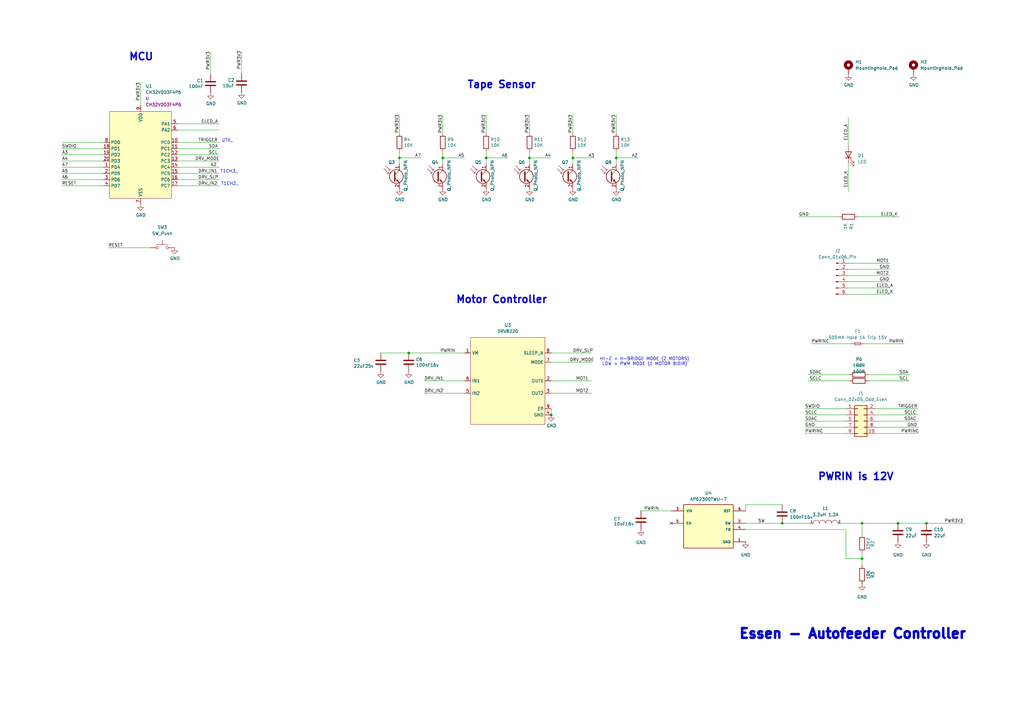
<source format=kicad_sch>
(kicad_sch (version 20231120) (generator "eeschema") (generator_version "8.0")
  (paper "A3")
  (title_block (title "Essen") (date "2024-05-16") (rev "V1") (company "Copyright © 2024 Lone Dynamics Corporation"))
  (lib_symbols
    (symbol "CH32:CH32V003F4P6"
      (property "Value" "CH32V003F4P6" (at 0 0 0))
      (property "Reference_1" "U" (at -12.7 19.05 0))
      (property "Value_1" "CH32V003F4P6" (at 1.27 19.05 0))
      (symbol "CH32V003F4P6_0_1"
        (rectangle (start -12.7 17.78) (end 12.7 -17.78) (stroke (width 0.1524)) (fill (type background)))
      )
      (symbol "CH32V003F4P6_1_0"
        (pin bidirectional line (at 15.24 -10.16 180) (length 2.54) (name "PC6") (number "16"))
        (pin bidirectional line (at 15.24 -12.7 180) (length 2.54) (name "PC7") (number "17"))
        (pin bidirectional line (at -15.24 2.54 0) (length 2.54) (name "PD1") (number "18"))
        (pin bidirectional line (at -15.24 0 0) (length 2.54) (name "PD2") (number "19"))
        (pin bidirectional line (at -15.24 -2.54 0) (length 2.54) (name "PD3") (number "20"))
      )
      (symbol "CH32V003F4P6_1_1"
        (pin bidirectional line (at -15.24 -5.08 0) (length 2.54) (name "PD4") (number "1"))
        (pin bidirectional line (at 15.24 5.08 180) (length 2.54) (name "PC0") (number "10"))
        (pin bidirectional line (at 15.24 2.54 180) (length 2.54) (name "PC1") (number "11"))
        (pin bidirectional line (at 15.24 0 180) (length 2.54) (name "PC2") (number "12"))
        (pin bidirectional line (at 15.24 -2.54 180) (length 2.54) (name "PC3") (number "13"))
        (pin bidirectional line (at 15.24 -5.08 180) (length 2.54) (name "PC4") (number "14"))
        (pin bidirectional line (at 15.24 -7.62 180) (length 2.54) (name "PC5") (number "15"))
        (pin bidirectional line (at -15.24 -7.62 0) (length 2.54) (name "PD5") (number "2"))
        (pin bidirectional line (at -15.24 -10.16 0) (length 2.54) (name "PD6") (number "3"))
        (pin bidirectional line (at -15.24 -12.7 0) (length 2.54) (name "PD7") (number "4"))
        (pin bidirectional line (at 15.24 12.7 180) (length 2.54) (name "PA1") (number "5"))
        (pin bidirectional line (at 15.24 10.16 180) (length 2.54) (name "PA2") (number "6"))
        (pin power_in line (at 0 -20.32 90) (length 2.54) (name "VSS") (number "7"))
        (pin bidirectional line (at -15.24 5.08 0) (length 2.54) (name "PD0") (number "8"))
        (pin power_in line (at 0 20.32 270) (length 2.54) (name "VDD") (number "9"))
      )
    )
    (symbol "Connector:Conn_01x06_Pin" (pin_names (offset 1.016) hide)
      (property "Reference" "J" (at 0 7.62 0))
      (property "Value" "Conn_01x06_Pin" (at 0 -10.16 0))
      (symbol "Conn_01x06_Pin_1_1"
        (polyline (pts (xy 1.27 -7.62) (xy 0.8636 -7.62)) (stroke (width 0.1524)))
        (polyline (pts (xy 1.27 -5.08) (xy 0.8636 -5.08)) (stroke (width 0.1524)))
        (polyline (pts (xy 1.27 -2.54) (xy 0.8636 -2.54)) (stroke (width 0.1524)))
        (polyline (pts (xy 1.27 0) (xy 0.8636 0)) (stroke (width 0.1524)))
        (polyline (pts (xy 1.27 2.54) (xy 0.8636 2.54)) (stroke (width 0.1524)))
        (polyline (pts (xy 1.27 5.08) (xy 0.8636 5.08)) (stroke (width 0.1524)))
        (rectangle (start 0.8636 -7.493) (end 0 -7.747) (stroke (width 0.1524)) (fill (type outline)))
        (rectangle (start 0.8636 -4.953) (end 0 -5.207) (stroke (width 0.1524)) (fill (type outline)))
        (rectangle (start 0.8636 -2.413) (end 0 -2.667) (stroke (width 0.1524)) (fill (type outline)))
        (rectangle (start 0.8636 0.127) (end 0 -0.127) (stroke (width 0.1524)) (fill (type outline)))
        (rectangle (start 0.8636 2.667) (end 0 2.413) (stroke (width 0.1524)) (fill (type outline)))
        (rectangle (start 0.8636 5.207) (end 0 4.953) (stroke (width 0.1524)) (fill (type outline)))
        (pin passive line (at 5.08 5.08 180) (length 3.81) (name "Pin_1") (number "1"))
        (pin passive line (at 5.08 2.54 180) (length 3.81) (name "Pin_2") (number "2"))
        (pin passive line (at 5.08 0 180) (length 3.81) (name "Pin_3") (number "3"))
        (pin passive line (at 5.08 -2.54 180) (length 3.81) (name "Pin_4") (number "4"))
        (pin passive line (at 5.08 -5.08 180) (length 3.81) (name "Pin_5") (number "5"))
        (pin passive line (at 5.08 -7.62 180) (length 3.81) (name "Pin_6") (number "6"))
      )
    )
    (symbol "Connector_Generic:Conn_02x05_Odd_Even" (pin_names (offset 1.016) hide)
      (property "Reference" "J" (at 1.27 7.62 0))
      (property "Value" "Conn_02x05_Odd_Even" (at 1.27 -7.62 0))
      (symbol "Conn_02x05_Odd_Even_1_1"
        (rectangle (start -1.27 -4.953) (end 0 -5.207) (stroke (width 0.1524)))
        (rectangle (start -1.27 -2.413) (end 0 -2.667) (stroke (width 0.1524)))
        (rectangle (start -1.27 0.127) (end 0 -0.127) (stroke (width 0.1524)))
        (rectangle (start -1.27 2.667) (end 0 2.413) (stroke (width 0.1524)))
        (rectangle (start -1.27 5.207) (end 0 4.953) (stroke (width 0.1524)))
        (rectangle (start -1.27 6.35) (end 3.81 -6.35) (stroke (width 0.254)) (fill (type background)))
        (rectangle (start 3.81 -4.953) (end 2.54 -5.207) (stroke (width 0.1524)))
        (rectangle (start 3.81 -2.413) (end 2.54 -2.667) (stroke (width 0.1524)))
        (rectangle (start 3.81 0.127) (end 2.54 -0.127) (stroke (width 0.1524)))
        (rectangle (start 3.81 2.667) (end 2.54 2.413) (stroke (width 0.1524)))
        (rectangle (start 3.81 5.207) (end 2.54 4.953) (stroke (width 0.1524)))
        (pin passive line (at -5.08 5.08 0) (length 3.81) (name "Pin_1") (number "1"))
        (pin passive line (at 7.62 -5.08 180) (length 3.81) (name "Pin_10") (number "10"))
        (pin passive line (at 7.62 5.08 180) (length 3.81) (name "Pin_2") (number "2"))
        (pin passive line (at -5.08 2.54 0) (length 3.81) (name "Pin_3") (number "3"))
        (pin passive line (at 7.62 2.54 180) (length 3.81) (name "Pin_4") (number "4"))
        (pin passive line (at -5.08 0 0) (length 3.81) (name "Pin_5") (number "5"))
        (pin passive line (at 7.62 0 180) (length 3.81) (name "Pin_6") (number "6"))
        (pin passive line (at -5.08 -2.54 0) (length 3.81) (name "Pin_7") (number "7"))
        (pin passive line (at 7.62 -2.54 180) (length 3.81) (name "Pin_8") (number "8"))
        (pin passive line (at -5.08 -5.08 0) (length 3.81) (name "Pin_9") (number "9"))
      )
    )
    (symbol "Device:C" (pin_numbers hide) (pin_names (offset 0.254))
      (property "Reference" "C" (at 0.635 2.54 0))
      (property "Value" "C" (at 0.635 -2.54 0))
      (symbol "C_0_1"
        (polyline (pts (xy -2.032 -0.762) (xy 2.032 -0.762)) (stroke (width 0.508)))
        (polyline (pts (xy -2.032 0.762) (xy 2.032 0.762)) (stroke (width 0.508)))
      )
      (symbol "C_1_1"
        (pin passive line (at 0 3.81 270) (length 2.794) (name "~") (number "1"))
        (pin passive line (at 0 -3.81 90) (length 2.794) (name "~") (number "2"))
      )
    )
    (symbol "Device:Fuse_Small" (pin_numbers hide) (pin_names (offset 0.254) hide)
      (property "Reference" "F" (at 0 -1.524 0))
      (property "Value" "Fuse_Small" (at 0 1.524 0))
      (symbol "Fuse_Small_0_1"
        (rectangle (start -1.27 0.508) (end 1.27 -0.508))
        (polyline (pts (xy -1.27 0) (xy 1.27 0)))
      )
      (symbol "Fuse_Small_1_1"
        (pin passive line (at -2.54 0 0) (length 1.27) (name "~") (number "1"))
        (pin passive line (at 2.54 0 180) (length 1.27) (name "~") (number "2"))
      )
    )
    (symbol "Device:LED" (pin_numbers hide) (pin_names (offset 1.016) hide)
      (property "Reference" "D" (at 0 2.54 0))
      (property "Value" "LED" (at 0 -2.54 0))
      (symbol "LED_0_1"
        (polyline (pts (xy -1.27 -1.27) (xy -1.27 1.27)) (stroke (width 0.254)))
        (polyline (pts (xy -1.27 0) (xy 1.27 0)))
        (polyline (pts (xy 1.27 -1.27) (xy 1.27 1.27) (xy -1.27 0) (xy 1.27 -1.27)) (stroke (width 0.254)))
        (polyline (pts (xy -3.048 -0.762) (xy -4.572 -2.286) (xy -3.81 -2.286) (xy -4.572 -2.286) (xy -4.572 -1.524)))
        (polyline (pts (xy -1.778 -0.762) (xy -3.302 -2.286) (xy -2.54 -2.286) (xy -3.302 -2.286) (xy -3.302 -1.524)))
      )
      (symbol "LED_1_1"
        (pin passive line (at -3.81 0 0) (length 2.54) (name "K") (number "1"))
        (pin passive line (at 3.81 0 180) (length 2.54) (name "A") (number "2"))
      )
    )
    (symbol "Device:Q_Photo_NPN" (pin_names (offset 0) hide)
      (property "Reference" "Q" (at 5.08 1.27 0))
      (property "Value" "Q_Photo_NPN" (at 5.08 -1.27 0))
      (symbol "Q_Photo_NPN_0_1"
        (polyline (pts (xy -1.905 1.27) (xy -2.54 1.27)))
        (polyline (pts (xy -1.27 2.54) (xy -1.905 2.54)))
        (polyline (pts (xy 0.635 0.635) (xy 2.54 2.54)))
        (polyline (pts (xy -3.81 3.175) (xy -1.905 1.27) (xy -1.905 1.905)))
        (polyline (pts (xy -3.175 4.445) (xy -1.27 2.54) (xy -1.27 3.175)))
        (polyline (pts (xy 0.635 -0.635) (xy 2.54 -2.54) (xy 2.54 -2.54)))
        (polyline (pts (xy 0.635 1.905) (xy 0.635 -1.905) (xy 0.635 -1.905)) (stroke (width 0.508)))
        (polyline (pts (xy 1.27 -1.778) (xy 1.778 -1.27) (xy 2.286 -2.286) (xy 1.27 -1.778) (xy 1.27 -1.778)) (fill (type outline)))
        (circle (center 1.27 0) (radius 2.8194) (stroke (width 0.254)))
      )
      (symbol "Q_Photo_NPN_1_1"
        (pin passive line (at 2.54 5.08 270) (length 2.54) (name "C") (number "1"))
        (pin passive line (at 2.54 -5.08 90) (length 2.54) (name "E") (number "2"))
      )
    )
    (symbol "Device:R" (pin_numbers hide) (pin_names (offset 0))
      (property "Reference" "R" (at 2.032 0 90))
      (property "Value" "R" (at 0 0 90))
      (symbol "R_0_1"
        (rectangle (start -1.016 -2.54) (end 1.016 2.54) (stroke (width 0.254)))
      )
      (symbol "R_1_1"
        (pin passive line (at 0 3.81 270) (length 1.27) (name "~") (number "1"))
        (pin passive line (at 0 -3.81 90) (length 1.27) (name "~") (number "2"))
      )
    )
    (symbol "LD-DRIVERS:DRV8220"
      (property "Reference" "U" (at 0 0 0))
      (property "Value" "DRV8220" (at 0 -2.54 0))
      (symbol "DRV8220_0_1"
        (rectangle (start 15.24 -27.94) (end -15.24 7.62) (fill (type background)))
      )
      (symbol "DRV8220_1_1"
        (pin power_in line (at -17.78 1.27 0) (length 2.54) (name "VM") (number "1"))
        (pin output line (at 17.78 -10.16 180) (length 2.54) (name "OUT1") (number "2"))
        (pin output line (at 17.78 -15.24 180) (length 2.54) (name "OUT2") (number "3"))
        (pin power_out line (at 17.78 -24.13 180) (length 2.54) (name "GND") (number "4"))
        (pin input line (at -17.78 -15.24 0) (length 2.54) (name "IN2") (number "5"))
        (pin input line (at -17.78 -10.16 0) (length 2.54) (name "IN1") (number "6"))
        (pin input line (at 17.78 -2.54 180) (length 2.54) (name "MODE") (number "7"))
        (pin input line (at 17.78 1.27 180) (length 2.54) (name "SLEEP_N") (number "8"))
        (pin power_out line (at 17.78 -21.59 180) (length 2.54) (name "EP") (number "9"))
      )
    )
    (symbol "Mechanical:MountingHole_Pad" (pin_numbers hide) (pin_names (offset 1.016) hide)
      (property "Reference" "H" (at 0 6.35 0))
      (property "Value" "MountingHole_Pad" (at 0 4.445 0))
      (symbol "MountingHole_Pad_0_1"
        (circle (center 0 1.27) (radius 1.27) (stroke (width 1.27)))
      )
      (symbol "MountingHole_Pad_1_1"
        (pin input line (at 0 -2.54 90) (length 2.54) (name "1") (number "1"))
      )
    )
    (symbol "Switch:SW_Push" (pin_numbers hide) (pin_names (offset 1.016) hide)
      (property "Reference" "SW" (at 1.27 2.54 0))
      (property "Value" "SW_Push" (at 0 -1.524 0))
      (symbol "SW_Push_0_1"
        (circle (center -2.032 0) (radius 0.508))
        (polyline (pts (xy 0 1.27) (xy 0 3.048)))
        (polyline (pts (xy 2.54 1.27) (xy -2.54 1.27)))
        (circle (center 2.032 0) (radius 0.508))
        (pin passive line (at -5.08 0 0) (length 2.54) (name "1") (number "1"))
        (pin passive line (at 5.08 0 180) (length 2.54) (name "2") (number "2"))
      )
    )
    (symbol "ld-power:AP62300TWU-7" (pin_names (offset 1.016))
      (property "Reference" "U" (at -10.16 8.382 0))
      (property "Value" "AP62300TWU-7" (at -10.16 -12.7 0))
      (symbol "AP62300TWU-7_0_0"
        (rectangle (start -10.16 -10.16) (end 10.16 7.62) (stroke (width 0.254)) (fill (type background)))
        (pin power_in line (at 15.24 -7.62 180) (length 5.08) (name "GND") (number "1"))
        (pin output line (at 15.24 0 180) (length 5.08) (name "SW") (number "2"))
        (pin input line (at -15.24 5.08 0) (length 5.08) (name "VIN") (number "3"))
        (pin input line (at 15.24 -2.54 180) (length 5.08) (name "FB") (number "4"))
        (pin input line (at -15.24 0 0) (length 5.08) (name "EN") (number "5"))
        (pin input line (at 15.24 5.08 180) (length 5.08) (name "BST") (number "6"))
      )
    )
    (symbol "power:GND" (power) (pin_names (offset 0))
      (property "Value" "GND" (at 0 -3.81 0))
      (symbol "GND_0_1"
        (polyline (pts (xy 0 0) (xy 0 -1.27) (xy 1.27 -1.27) (xy 0 -2.54) (xy -1.27 -1.27) (xy 0 -1.27)))
      )
      (symbol "GND_1_1"
        (pin power_in line (at 0 0 270) (length 0) hide (name "GND") (number "1"))
      )
    )
    (symbol "pspice:INDUCTOR" (pin_numbers hide) (pin_names (offset 0))
      (property "Reference" "L" (at 0 2.54 0))
      (property "Value" "INDUCTOR" (at 0 -1.27 0))
      (symbol "INDUCTOR_0_1"
        (arc (start -2.54 0) (mid -3.81 1.2645) (end -5.08 0))
        (arc (start 0 0) (mid -1.27 1.2645) (end -2.54 0))
        (arc (start 2.54 0) (mid 1.27 1.2645) (end 0 0))
        (arc (start 5.08 0) (mid 3.81 1.2645) (end 2.54 0))
      )
      (symbol "INDUCTOR_1_1"
        (pin input line (at -6.35 0 0) (length 1.27) (name "1") (number "1"))
        (pin input line (at 6.35 0 180) (length 1.27) (name "2") (number "2"))
      )
    )
  )
  (junction (at 217.17 64.77))
  (junction (at 368.3 214.63))
  (junction (at 353.568 229.108))
  (junction (at 199.39 64.77))
  (junction (at 234.95 64.77))
  (junction (at 226.06 170.18))
  (junction (at 181.61 64.77))
  (junction (at 353.568 214.63))
  (junction (at 379.984 214.63))
  (junction (at 252.73 64.77))
  (junction (at 167.64 144.78))
  (junction (at 163.83 64.77))
  (junction (at 320.802 214.63))
  (no_connect (at 275.336 214.63))
  (wire (pts (xy 332.74 140.97) (xy 349.25 140.97)))
  (wire (pts (xy 72.898 76.2) (xy 89.916 76.2)))
  (wire (pts (xy 199.39 64.77) (xy 199.39 67.31)))
  (wire (pts (xy 354.33 140.97) (xy 370.84 140.97)))
  (wire (pts (xy 25.4 71.12) (xy 42.418 71.12)))
  (wire (pts (xy 72.898 66.04) (xy 89.916 66.04)))
  (wire (pts (xy 347.98 110.49) (xy 364.998 110.49)))
  (wire (pts (xy 379.984 214.63) (xy 395.478 214.63)))
  (wire (pts (xy 331.47 156.21) (xy 348.488 156.21)))
  (wire (pts (xy 359.41 167.64) (xy 376.428 167.64)))
  (wire (pts (xy 72.898 60.96) (xy 89.916 60.96)))
  (wire (pts (xy 217.17 46.99) (xy 217.17 54.61)))
  (wire (pts (xy 331.47 153.67) (xy 348.488 153.67)))
  (wire (pts (xy 359.41 172.72) (xy 376.428 172.72)))
  (wire (pts (xy 353.568 214.63) (xy 353.568 219.202)))
  (wire (pts (xy 217.17 64.77) (xy 217.17 67.31)))
  (wire (pts (xy 320.802 214.63) (xy 332.232 214.63)))
  (wire (pts (xy 72.898 63.5) (xy 89.916 63.5)))
  (wire (pts (xy 353.568 226.822) (xy 353.568 229.108)))
  (wire (pts (xy 181.61 64.77) (xy 181.61 67.31)))
  (wire (pts (xy 25.4 66.04) (xy 42.418 66.04)))
  (wire (pts (xy 351.79 88.9) (xy 368.808 88.9)))
  (wire (pts (xy 234.95 64.77) (xy 243.84 64.77)))
  (wire (pts (xy 262.89 209.55) (xy 275.336 209.55)))
  (wire (pts (xy 181.61 62.23) (xy 181.61 64.77)))
  (wire (pts (xy 217.17 64.77) (xy 226.06 64.77)))
  (wire (pts (xy 72.898 50.8) (xy 89.916 50.8)))
  (wire (pts (xy 346.964 217.17) (xy 346.964 229.108)))
  (wire (pts (xy 234.95 64.77) (xy 234.95 67.31)))
  (wire (pts (xy 86.36 30.48) (xy 86.36 21.336)))
  (wire (pts (xy 163.83 46.99) (xy 163.83 54.61)))
  (wire (pts (xy 167.64 144.78) (xy 190.5 144.78)))
  (wire (pts (xy 173.99 156.21) (xy 190.5 156.21)))
  (wire (pts (xy 347.98 115.57) (xy 364.998 115.57)))
  (wire (pts (xy 305.816 207.01) (xy 305.816 209.55)))
  (wire (pts (xy 234.95 62.23) (xy 234.95 64.77)))
  (wire (pts (xy 181.61 64.77) (xy 190.5 64.77)))
  (wire (pts (xy 353.568 214.63) (xy 368.3 214.63)))
  (wire (pts (xy 163.83 64.77) (xy 172.72 64.77)))
  (wire (pts (xy 359.41 175.26) (xy 376.428 175.26)))
  (wire (pts (xy 156.21 144.78) (xy 167.64 144.78)))
  (wire (pts (xy 347.98 120.65) (xy 364.998 120.65)))
  (wire (pts (xy 25.4 63.5) (xy 42.418 63.5)))
  (wire (pts (xy 330.2 175.26) (xy 346.71 175.26)))
  (wire (pts (xy 347.98 118.11) (xy 364.998 118.11)))
  (wire (pts (xy 252.73 62.23) (xy 252.73 64.77)))
  (wire (pts (xy 217.17 62.23) (xy 217.17 64.77)))
  (wire (pts (xy 199.39 62.23) (xy 199.39 64.77)))
  (wire (pts (xy 25.4 73.66) (xy 42.418 73.66)))
  (wire (pts (xy 72.898 73.66) (xy 89.916 73.66)))
  (wire (pts (xy 72.898 71.12) (xy 89.916 71.12)))
  (wire (pts (xy 72.898 58.42) (xy 89.916 58.42)))
  (wire (pts (xy 226.06 156.21) (xy 242.57 156.21)))
  (wire (pts (xy 226.06 167.64) (xy 226.06 170.18)))
  (wire (pts (xy 330.2 177.8) (xy 346.71 177.8)))
  (wire (pts (xy 226.06 144.78) (xy 242.57 144.78)))
  (wire (pts (xy 173.99 161.29) (xy 190.5 161.29)))
  (wire (pts (xy 181.61 46.99) (xy 181.61 54.61)))
  (wire (pts (xy 305.816 217.17) (xy 346.964 217.17)))
  (wire (pts (xy 199.39 64.77) (xy 208.28 64.77)))
  (wire (pts (xy 347.98 67.31) (xy 347.98 78.74)))
  (wire (pts (xy 25.4 76.2) (xy 42.418 76.2)))
  (wire (pts (xy 305.816 214.63) (xy 320.802 214.63)))
  (wire (pts (xy 330.2 170.18) (xy 346.71 170.18)))
  (wire (pts (xy 199.39 46.99) (xy 199.39 54.61)))
  (wire (pts (xy 72.898 68.58) (xy 89.916 68.58)))
  (wire (pts (xy 234.95 46.99) (xy 234.95 54.61)))
  (wire (pts (xy 25.4 60.96) (xy 42.418 60.96)))
  (wire (pts (xy 163.83 64.77) (xy 163.83 67.31)))
  (wire (pts (xy 368.3 214.63) (xy 379.984 214.63)))
  (wire (pts (xy 226.06 161.29) (xy 242.57 161.29)))
  (wire (pts (xy 359.41 177.8) (xy 376.428 177.8)))
  (wire (pts (xy 252.73 64.77) (xy 252.73 67.31)))
  (wire (pts (xy 347.98 48.26) (xy 347.98 59.69)))
  (wire (pts (xy 44.45 101.6) (xy 61.468 101.6)))
  (wire (pts (xy 57.658 43.18) (xy 57.658 34.036)))
  (wire (pts (xy 99.06 30.226) (xy 99.06 21.082)))
  (wire (pts (xy 330.2 172.72) (xy 346.71 172.72)))
  (wire (pts (xy 346.964 229.108) (xy 353.568 229.108)))
  (wire (pts (xy 347.98 113.03) (xy 364.998 113.03)))
  (wire (pts (xy 359.41 170.18) (xy 376.428 170.18)))
  (wire (pts (xy 344.17 88.9) (xy 327.66 88.9)))
  (wire (pts (xy 72.898 53.34) (xy 89.916 53.34)))
  (wire (pts (xy 356.108 153.67) (xy 373.126 153.67)))
  (wire (pts (xy 252.73 46.99) (xy 252.73 54.61)))
  (wire (pts (xy 25.4 58.42) (xy 42.418 58.42)))
  (wire (pts (xy 344.932 214.63) (xy 353.568 214.63)))
  (wire (pts (xy 347.98 107.95) (xy 364.998 107.95)))
  (wire (pts (xy 25.4 68.58) (xy 42.418 68.58)))
  (wire (pts (xy 353.568 229.108) (xy 353.568 231.902)))
  (wire (pts (xy 356.108 156.21) (xy 373.126 156.21)))
  (wire (pts (xy 226.06 148.59) (xy 242.57 148.59)))
  (wire (pts (xy 320.802 207.01) (xy 305.816 207.01)))
  (wire (pts (xy 330.2 167.64) (xy 346.71 167.64)))
  (wire (pts (xy 163.83 62.23) (xy 163.83 64.77)))
  (wire (pts (xy 252.73 64.77) (xy 261.62 64.77)))
  (text "MCU" (at 57.912 23.368 0) (effects (font (size 3 3) (thickness 0.6) (bold yes))))
  (text "HI-Z = H-BRIDGE MODE (2 MOTORS)\nLOW = PWM MODE (1 MOTOR BIDIR)" (at 264.414 148.336 0) (effects (font (size 1.27 1.27))))
  (text "PWRIN is 12V" (at 351.028 195.58 0) (effects (font (size 3 3) (thickness 0.6) (bold yes))))
  (text "UTX_" (at 93.218 57.658 0) (effects (font (size 1.27 1.27))))
  (text "Motor Controller" (at 205.74 122.936 0) (effects (font (size 3 3) (thickness 0.6) (bold yes))))
  (text "Essen - Autofeeder Controller" (at 302.768 262.382 0) (effects (font (size 4 4) (thickness 1) (bold yes)) (justify left bottom)))
  (text "Tape Sensor" (at 205.74 34.798 0) (effects (font (size 3 3) (thickness 0.6) (bold yes))))
  (text "T1CH3_" (at 93.98 70.358 0) (effects (font (size 1.27 1.27))))
  (text "T1CH2_" (at 94.234 75.438 0) (effects (font (size 1.27 1.27))))
  (label "PWRIN" (at 186.69 144.78 180))
  (label "PWRINC" (at 330.2 177.8 0))
  (label "PWRINC" (at 332.74 140.97 0))
  (label "DRV_IN1" (at 81.28 71.12 0))
  (label "DRV_SLP" (at 81.28 73.66 0))
  (label "PWRIN" (at 264.16 209.55 0))
  (label "GND" (at 372.11 175.26 0))
  (label "SCLC" (at 370.84 170.18 0))
  (label "RESET" (at 25.4 76.2 0))
  (label "A6" (at 25.4 73.66 0))
  (label "A4" (at 25.4 66.04 0))
  (label "A7" (at 170.18 64.77 0))
  (label "PWR3V3" (at 217.17 54.61 90))
  (label "A3" (at 241.3 64.77 0))
  (label "A3" (at 25.4 63.5 0))
  (label "PWRINC" (at 369.57 177.8 0))
  (label "MOT1" (at 236.22 156.21 0))
  (label "SDAC" (at 370.84 172.72 0))
  (label "GND" (at 360.68 110.49 0))
  (label "SWDIO" (at 330.2 167.64 0))
  (label "MOT2" (at 236.22 161.29 0))
  (label "PWRIN" (at 364.49 140.97 0))
  (label "PWR3V3" (at 199.39 54.61 90))
  (label "SCL" (at 85.598 63.5 0))
  (label "PWR3V3" (at 181.61 54.61 90))
  (label "SCL" (at 368.808 156.21 0))
  (label "RESET" (at 44.45 101.6 0))
  (label "TRIGGER" (at 81.28 58.42 0))
  (label "DRV_IN2" (at 173.99 161.29 0))
  (label "A4" (at 223.52 64.77 0))
  (label "SDAC" (at 331.978 153.67 0))
  (label "A5" (at 187.96 64.77 0))
  (label "SWDIO" (at 25.4 60.96 0))
  (label "PWR3V3" (at 163.83 54.61 90))
  (label "DRV_MODE" (at 233.68 148.59 0))
  (label "SDAC" (at 330.2 172.72 0))
  (label "SDA" (at 85.598 60.96 0))
  (label "GND" (at 360.68 115.57 0))
  (label "PWR3V3" (at 252.73 54.61 90))
  (label "SW" (at 310.896 214.63 0))
  (label "DRV_SLP" (at 234.95 144.78 0))
  (label "PWR3V3" (at 86.36 28.702 90))
  (label "A5" (at 25.4 71.12 0))
  (label "A2" (at 86.36 68.58 0))
  (label "A7" (at 25.4 68.58 0))
  (label "ELED_K" (at 368.3 88.9 180))
  (label "DRV_IN2" (at 81.28 76.2 0))
  (label "GND" (at 327.66 88.9 0))
  (label "SDA" (at 368.808 153.67 0))
  (label "ELED_K" (at 347.98 69.85 270))
  (label "A6" (at 205.74 64.77 0))
  (label "PWR3V3" (at 387.35 214.63 0))
  (label "PWR3V3" (at 57.658 41.402 90))
  (label "SCLC" (at 330.2 170.18 0))
  (label "DRV_IN1" (at 173.99 156.21 0))
  (label "MOT2" (at 359.41 113.03 0))
  (label "ELED_A" (at 82.55 50.8 0))
  (label "A2" (at 259.08 64.77 0))
  (label "GND" (at 330.2 175.26 0))
  (label "PWR3V3" (at 99.06 28.448 90))
  (label "MOT1" (at 359.41 107.95 0))
  (label "ELED_A" (at 347.98 50.8 270))
  (label "TRIGGER" (at 368.3 167.64 0))
  (label "DRV_MODE" (at 80.01 66.04 0))
  (label "ELED_K" (at 359.41 120.65 0))
  (label "PWR3V3" (at 234.95 54.61 90))
  (label "ELED_A" (at 359.41 118.11 0))
  (label "SCLC" (at 331.978 156.21 0))
  (symbol (lib_id "Device:Q_Photo_NPN") (at 179.07 72.39 0) (unit 1)
    (property "Reference" "Q4" (at 177.038 66.548 0) (effects (justify left)))
    (property "Value" "Q_Photo_NPN" (at 184.15 78.486 90) (effects (justify left)))
    (property "Footprint" "Diode_SMD:D_0603_1608Metric" (effects (hide yes)))
    (property "Description" "NPN phototransistor, collector/emitter" (effects (hide yes)))
  )
  (symbol (lib_id "Device:R") (at 352.298 156.21 90) (unit 1)
    (property "Reference" "R7" (at 352.298 149.86 90))
    (property "Value" "100R" (at 352.298 152.4 90))
    (property "Footprint" "Resistor_SMD:R_0603_1608Metric" (effects (hide yes)))
    (property "Description" "Resistor" (effects (hide yes)))
  )
  (symbol (lib_id "LD-DRIVERS:DRV8220") (at 208.28 146.05 0) (unit 1)
    (property "Reference" "U3" (at 208.28 133.35 0))
    (property "Value" "DRV8220" (at 208.28 135.89 0))
    (property "Footprint" "Package_SON:WSON-8-1EP_2x2mm_P0.5mm_EP0.9x1.6mm_ThermalVias" (effects (hide yes)))
  )
  (symbol (lib_id "power:GND") (at 379.984 222.25 0) (unit 1)
    (property "Reference" "#PWR0102" (effects (hide yes)))
    (property "Value" "GND" (at 379.984 227.584 0))
  )
  (symbol (lib_id "CH32:CH32V003F4P6") (at 57.658 63.5 0) (unit 1)
    (property "Reference" "U1" (at 59.6774 35.306 0) (effects (justify left)))
    (property "Value" "CH32V003F4P6" (at 59.6774 37.846 0) (effects (justify left)))
    (property "Footprint" "Package_SO:TSSOP-20_4.4x6.5mm_P0.65mm" (effects (hide yes)))
    (property "Reference_1" "U" (at 59.6774 40.386 0) (effects (justify left)))
    (property "Value_1" "CH32V003F4P6" (at 59.6774 42.926 0) (effects (justify left)))
    (property "Footprint_1" "Package_SO:TSSOP-20_4.4x6.5mm_P0.65mm" (effects (hide yes)))
    (property "Datasheet_1" "https://datasheet.lcsc.com/lcsc/2302231730_WCH-Jiangsu-Qin-Heng-CH32V003F4U6_C5299908.pdf" (effects (hide yes)))
  )
  (symbol (lib_id "power:GND") (at 234.95 77.47 0) (unit 1)
    (property "Reference" "#PWR017" (effects (hide yes)))
    (property "Value" "GND" (at 235.077 81.8642 0))
  )
  (symbol (lib_id "ld-power:AP62300TWU-7") (at 290.576 214.63 0) (unit 1)
    (property "Reference" "U4" (at 290.576 202.184 0))
    (property "Value" "AP62300TWU-7" (at 290.576 204.724 0))
    (property "Footprint" "Package_TO_SOT_SMD:TSOT-23-6" (effects (hide yes)))
    (property "STANDARD" "IPC 7351B" (effects (hide yes)))
    (property "SNAPEDA_PN" "AP62300TWU-7" (effects (hide yes)))
    (property "PARTREV" "Rev. 3 - 2" (effects (hide yes)))
    (property "MANUFACTURER" "Diodes Inc." (effects (hide yes)))
    (property "MAXIMUM_PACKAGE_HEIGHT" "1.0mm" (effects (hide yes)))
  )
  (symbol (lib_id "power:GND") (at 71.628 101.6 0) (unit 1)
    (property "Reference" "#PWR014" (effects (hide yes)))
    (property "Value" "GND" (at 71.755 105.9942 0))
  )
  (symbol (lib_id "Device:R") (at 347.98 88.9 90) (unit 1)
    (property "Reference" "R1" (at 349.2501 91.44 0) (effects (justify right)))
    (property "Value" "1K" (at 346.7101 91.44 0) (effects (justify right)))
    (property "Footprint" "Resistor_SMD:R_0603_1608Metric" (effects (hide yes)))
    (property "Description" "Resistor" (effects (hide yes)))
  )
  (symbol (lib_id "power:GND") (at 99.06 37.846 0) (unit 1)
    (property "Reference" "#PWR06" (effects (hide yes)))
    (property "Value" "GND" (at 99.187 42.2402 0))
  )
  (symbol (lib_id "Connector_Generic:Conn_02x05_Odd_Even") (at 351.79 172.72 0) (unit 1)
    (property "Reference" "J1" (at 353.06 161.29 0))
    (property "Value" "Conn_02x05_Odd_Even" (at 353.06 163.83 0))
    (property "Footprint" "Connector_PinHeader_2.54mm:PinHeader_2x05_P2.54mm_Horizontal" (effects (hide yes)))
    (property "Description" "Generic connector, double row, 02x05, odd/even pin numbering scheme (row 1 odd numbers, row 2 even numbers), script generated (kicad-library-utils/schlib/autogen/connector/)" (effects (hide yes)))
  )
  (symbol (lib_id "Device:R") (at 353.568 235.712 180) (unit 1)
    (property "Reference" "R3" (at 357.886 235.712 90))
    (property "Value" "10K" (at 356.108 235.712 90))
    (property "Footprint" "Resistor_SMD:R_0603_1608Metric" (effects (hide yes)))
  )
  (symbol (lib_id "Mechanical:MountingHole_Pad") (at 347.98 27.94 0) (unit 1)
    (property "Reference" "H1" (at 350.774 25.3999 0) (effects (justify left)))
    (property "Value" "MountingHole_Pad" (at 350.774 27.9399 0) (effects (justify left)))
    (property "Footprint" "MountingHole:MountingHole_2.7mm_M2.5_ISO14580_Pad" (effects (hide yes)))
  )
  (symbol (lib_id "Device:C") (at 379.984 218.44 0) (unit 1)
    (property "Reference" "C10" (at 383.032 217.1699 0) (effects (justify left)))
    (property "Value" "22uF" (at 383.032 219.7099 0) (effects (justify left)))
    (property "Footprint" "Capacitor_SMD:C_0603_1608Metric" (effects (hide yes)))
  )
  (symbol (lib_id "Device:C") (at 86.36 34.29 0) (mirror y) (unit 1)
    (property "Reference" "C1" (at 83.439 33.1216 0) (effects (justify left)))
    (property "Value" "100nF" (at 83.439 35.433 0) (effects (justify left)))
    (property "Footprint" "Capacitor_SMD:C_0603_1608Metric" (effects (hide yes)))
  )
  (symbol (lib_id "power:GND") (at 156.21 152.4 0) (unit 1)
    (property "Reference" "#PWR01" (effects (hide yes)))
    (property "Value" "GND" (at 156.337 156.7942 0))
  )
  (symbol (lib_id "power:GND") (at 374.65 30.48 0) (unit 1)
    (property "Reference" "#PWR09" (effects (hide yes)))
    (property "Value" "GND" (at 374.777 34.8742 0))
  )
  (symbol (lib_id "pspice:INDUCTOR") (at 338.582 214.63 0) (unit 1)
    (property "Reference" "L1" (at 338.582 208.534 0))
    (property "Value" "3.3uH 1.2A" (at 338.582 211.074 0))
    (property "Footprint" "Inductor_SMD:L_1210_3225Metric" (effects (hide yes)))
  )
  (symbol (lib_id "Switch:SW_Push") (at 66.548 101.6 0) (unit 1)
    (property "Reference" "SW3" (at 66.548 93.218 0))
    (property "Value" "SW_Push" (at 66.548 95.758 0))
    (property "Footprint" "LD-SWITCH:Button_2P_3x4mm" (effects (hide yes)))
  )
  (symbol (lib_id "power:GND") (at 199.39 77.47 0) (unit 1)
    (property "Reference" "#PWR08" (effects (hide yes)))
    (property "Value" "GND" (at 199.517 81.8642 0))
  )
  (symbol (lib_id "power:GND") (at 305.816 222.25 0) (unit 1)
    (property "Reference" "#PWR0105" (effects (hide yes)))
    (property "Value" "GND" (at 305.816 227.584 0))
  )
  (symbol (lib_id "Device:C") (at 156.21 148.59 0) (unit 1)
    (property "Reference" "C3" (at 145.034 147.828 0) (effects (justify left)))
    (property "Value" "22uF25v" (at 145.034 150.1394 0) (effects (justify left)))
    (property "Footprint" "Capacitor_SMD:C_0805_2012Metric" (effects (hide yes)))
  )
  (symbol (lib_id "Device:Q_Photo_NPN") (at 214.63 72.39 0) (unit 1)
    (property "Reference" "Q6" (at 212.598 66.548 0) (effects (justify left)))
    (property "Value" "Q_Photo_NPN" (at 219.71 78.486 90) (effects (justify left)))
    (property "Footprint" "Diode_SMD:D_0603_1608Metric" (effects (hide yes)))
    (property "Description" "NPN phototransistor, collector/emitter" (effects (hide yes)))
  )
  (symbol (lib_id "Device:Q_Photo_NPN") (at 232.41 72.39 0) (unit 1)
    (property "Reference" "Q7" (at 230.378 66.548 0) (effects (justify left)))
    (property "Value" "Q_Photo_NPN" (at 237.49 78.486 90) (effects (justify left)))
    (property "Footprint" "Diode_SMD:D_0603_1608Metric" (effects (hide yes)))
    (property "Description" "NPN phototransistor, collector/emitter" (effects (hide yes)))
  )
  (symbol (lib_id "power:GND") (at 57.658 83.82 0) (unit 1)
    (property "Reference" "#PWR02" (effects (hide yes)))
    (property "Value" "GND" (at 57.785 88.2142 0))
  )
  (symbol (lib_id "Device:Q_Photo_NPN") (at 161.29 72.39 0) (unit 1)
    (property "Reference" "Q3" (at 159.258 66.548 0) (effects (justify left)))
    (property "Value" "Q_Photo_NPN" (at 166.37 78.486 90) (effects (justify left)))
    (property "Footprint" "Diode_SMD:D_0603_1608Metric" (effects (hide yes)))
    (property "Description" "NPN phototransistor, collector/emitter" (effects (hide yes)))
  )
  (symbol (lib_id "power:GND") (at 217.17 77.47 0) (unit 1)
    (property "Reference" "#PWR016" (effects (hide yes)))
    (property "Value" "GND" (at 217.297 81.8642 0))
  )
  (symbol (lib_id "Device:C") (at 99.06 34.036 0) (mirror y) (unit 1)
    (property "Reference" "C2" (at 96.139 32.8676 0) (effects (justify left)))
    (property "Value" "10uF" (at 96.139 35.179 0) (effects (justify left)))
    (property "Footprint" "Capacitor_SMD:C_0603_1608Metric" (effects (hide yes)))
  )
  (symbol (lib_id "Device:R") (at 352.298 153.67 90) (unit 1)
    (property "Reference" "R6" (at 352.298 147.32 90))
    (property "Value" "100R" (at 352.298 149.86 90))
    (property "Footprint" "Resistor_SMD:R_0603_1608Metric" (effects (hide yes)))
    (property "Description" "Resistor" (effects (hide yes)))
  )
  (symbol (lib_id "Mechanical:MountingHole_Pad") (at 374.65 27.94 0) (unit 1)
    (property "Reference" "H2" (at 377.444 25.3999 0) (effects (justify left)))
    (property "Value" "MountingHole_Pad" (at 377.444 27.9399 0) (effects (justify left)))
    (property "Footprint" "MountingHole:MountingHole_2.7mm_M2.5_ISO14580_Pad" (effects (hide yes)))
  )
  (symbol (lib_id "power:GND") (at 368.3 222.25 0) (unit 1)
    (property "Reference" "#PWR0104" (effects (hide yes)))
    (property "Value" "GND" (at 368.3 227.584 0))
  )
  (symbol (lib_id "Device:C") (at 262.89 213.36 0) (unit 1)
    (property "Reference" "C7" (at 251.714 212.852 0) (effects (justify left)))
    (property "Value" "10uF16v" (at 251.714 214.884 0) (effects (justify left)))
    (property "Footprint" "Capacitor_SMD:C_0805_2012Metric" (effects (hide yes)))
  )
  (symbol (lib_id "power:GND") (at 181.61 77.47 0) (unit 1)
    (property "Reference" "#PWR05" (effects (hide yes)))
    (property "Value" "GND" (at 181.737 81.8642 0))
  )
  (symbol (lib_id "power:GND") (at 86.36 38.1 0) (unit 1)
    (property "Reference" "#PWR04" (effects (hide yes)))
    (property "Value" "GND" (at 86.487 42.4942 0))
  )
  (symbol (lib_id "power:GND") (at 262.89 217.17 0) (unit 1)
    (property "Reference" "#PWR0106" (effects (hide yes)))
    (property "Value" "GND" (at 262.89 222.504 0))
  )
  (symbol (lib_id "Device:R") (at 217.17 58.42 0) (unit 1)
    (property "Reference" "R11" (at 218.948 57.2516 0) (effects (justify left)))
    (property "Value" "10K" (at 218.948 59.563 0) (effects (justify left)))
    (property "Footprint" "Resistor_SMD:R_0603_1608Metric" (effects (hide yes)))
  )
  (symbol (lib_id "Device:R") (at 353.568 223.012 180) (unit 1)
    (property "Reference" "R2" (at 357.886 223.012 90))
    (property "Value" "33K2" (at 356.108 223.012 90))
    (property "Footprint" "Resistor_SMD:R_0603_1608Metric" (effects (hide yes)))
  )
  (symbol (lib_id "Device:C") (at 320.802 210.82 0) (unit 1)
    (property "Reference" "C8" (at 323.85 209.5499 0) (effects (justify left)))
    (property "Value" "100nF16v" (at 323.85 212.0899 0) (effects (justify left)))
    (property "Footprint" "Capacitor_SMD:C_0603_1608Metric" (effects (hide yes)))
  )
  (symbol (lib_id "Connector:Conn_01x06_Pin") (at 342.9 113.03 0) (unit 1)
    (property "Reference" "J2" (at 343.535 102.87 0))
    (property "Value" "Conn_01x06_Pin" (at 343.535 105.41 0))
    (property "Footprint" "Connector_PinHeader_2.54mm:PinHeader_1x06_P2.54mm_Vertical" (effects (hide yes)))
    (property "Description" "Generic connector, single row, 01x06, script generated" (effects (hide yes)))
  )
  (symbol (lib_id "power:GND") (at 163.83 77.47 0) (unit 1)
    (property "Reference" "#PWR03" (effects (hide yes)))
    (property "Value" "GND" (at 163.957 81.8642 0))
  )
  (symbol (lib_id "Device:Q_Photo_NPN") (at 250.19 72.39 0) (unit 1)
    (property "Reference" "Q8" (at 248.158 66.548 0) (effects (justify left)))
    (property "Value" "Q_Photo_NPN" (at 255.27 78.486 90) (effects (justify left)))
    (property "Footprint" "Diode_SMD:D_0603_1608Metric" (effects (hide yes)))
    (property "Description" "NPN phototransistor, collector/emitter" (effects (hide yes)))
  )
  (symbol (lib_id "Device:Q_Photo_NPN") (at 196.85 72.39 0) (unit 1)
    (property "Reference" "Q5" (at 194.818 66.548 0) (effects (justify left)))
    (property "Value" "Q_Photo_NPN" (at 201.93 78.486 90) (effects (justify left)))
    (property "Footprint" "Diode_SMD:D_0603_1608Metric" (effects (hide yes)))
    (property "Description" "NPN phototransistor, collector/emitter" (effects (hide yes)))
  )
  (symbol (lib_id "Device:Fuse_Small") (at 351.79 140.97 0) (unit 1)
    (property "Reference" "F1" (at 351.79 135.89 0))
    (property "Value" "500mA Hold 1A Trip 15V" (at 351.79 138.43 0))
    (property "Footprint" "Fuse:Fuse_0603_1608Metric" (effects (hide yes)))
    (property "Description" "Fuse, small symbol" (effects (hide yes)))
  )
  (symbol (lib_id "Device:R") (at 181.61 58.42 0) (unit 1)
    (property "Reference" "R9" (at 183.388 57.2516 0) (effects (justify left)))
    (property "Value" "10K" (at 183.388 59.563 0) (effects (justify left)))
    (property "Footprint" "Resistor_SMD:R_0603_1608Metric" (effects (hide yes)))
  )
  (symbol (lib_id "power:GND") (at 167.64 152.4 0) (unit 1)
    (property "Reference" "#PWR07" (effects (hide yes)))
    (property "Value" "GND" (at 167.767 156.7942 0))
  )
  (symbol (lib_id "Device:R") (at 234.95 58.42 0) (unit 1)
    (property "Reference" "R12" (at 236.728 57.2516 0) (effects (justify left)))
    (property "Value" "10K" (at 236.728 59.563 0) (effects (justify left)))
    (property "Footprint" "Resistor_SMD:R_0603_1608Metric" (effects (hide yes)))
  )
  (symbol (lib_id "power:GND") (at 353.568 239.522 0) (unit 1)
    (property "Reference" "#PWR0101" (effects (hide yes)))
    (property "Value" "GND" (at 353.568 244.856 0))
  )
  (symbol (lib_id "power:GND") (at 226.06 170.18 0) (unit 1)
    (property "Reference" "#PWR012" (effects (hide yes)))
    (property "Value" "GND" (at 226.187 174.5742 0))
  )
  (symbol (lib_id "Device:R") (at 199.39 58.42 0) (unit 1)
    (property "Reference" "R10" (at 201.168 57.2516 0) (effects (justify left)))
    (property "Value" "10K" (at 201.168 59.563 0) (effects (justify left)))
    (property "Footprint" "Resistor_SMD:R_0603_1608Metric" (effects (hide yes)))
  )
  (symbol (lib_id "power:GND") (at 347.98 30.48 0) (unit 1)
    (property "Reference" "#PWR010" (effects (hide yes)))
    (property "Value" "GND" (at 348.107 34.8742 0))
  )
  (symbol (lib_id "Device:LED") (at 347.98 63.5 90) (unit 1)
    (property "Reference" "D1" (at 351.79 63.8174 90) (effects (justify right)))
    (property "Value" "LED" (at 351.79 66.3574 90) (effects (justify right)))
    (property "Footprint" "LED_SMD:LED_0603_1608Metric" (effects (hide yes)))
    (property "Description" "Light emitting diode" (effects (hide yes)))
  )
  (symbol (lib_id "Device:C") (at 167.64 148.59 0) (unit 1)
    (property "Reference" "C6" (at 170.561 147.4216 0) (effects (justify left)))
    (property "Value" "100nF16v" (at 170.561 149.733 0) (effects (justify left)))
    (property "Footprint" "Capacitor_SMD:C_0603_1608Metric" (effects (hide yes)))
  )
  (symbol (lib_id "Device:R") (at 163.83 58.42 0) (unit 1)
    (property "Reference" "R4" (at 165.608 57.2516 0) (effects (justify left)))
    (property "Value" "10K" (at 165.608 59.563 0) (effects (justify left)))
    (property "Footprint" "Resistor_SMD:R_0603_1608Metric" (effects (hide yes)))
  )
  (symbol (lib_id "power:GND") (at 252.73 77.47 0) (unit 1)
    (property "Reference" "#PWR018" (effects (hide yes)))
    (property "Value" "GND" (at 252.857 81.8642 0))
  )
  (symbol (lib_id "Device:R") (at 252.73 58.42 0) (unit 1)
    (property "Reference" "R13" (at 254.508 57.2516 0) (effects (justify left)))
    (property "Value" "10K" (at 254.508 59.563 0) (effects (justify left)))
    (property "Footprint" "Resistor_SMD:R_0603_1608Metric" (effects (hide yes)))
  )
  (symbol (lib_id "Device:C") (at 368.3 218.44 0) (unit 1)
    (property "Reference" "C9" (at 371.348 217.1699 0) (effects (justify left)))
    (property "Value" "22uF" (at 371.348 219.7099 0) (effects (justify left)))
    (property "Footprint" "Capacitor_SMD:C_0603_1608Metric" (effects (hide yes)))
  )
)
</source>
